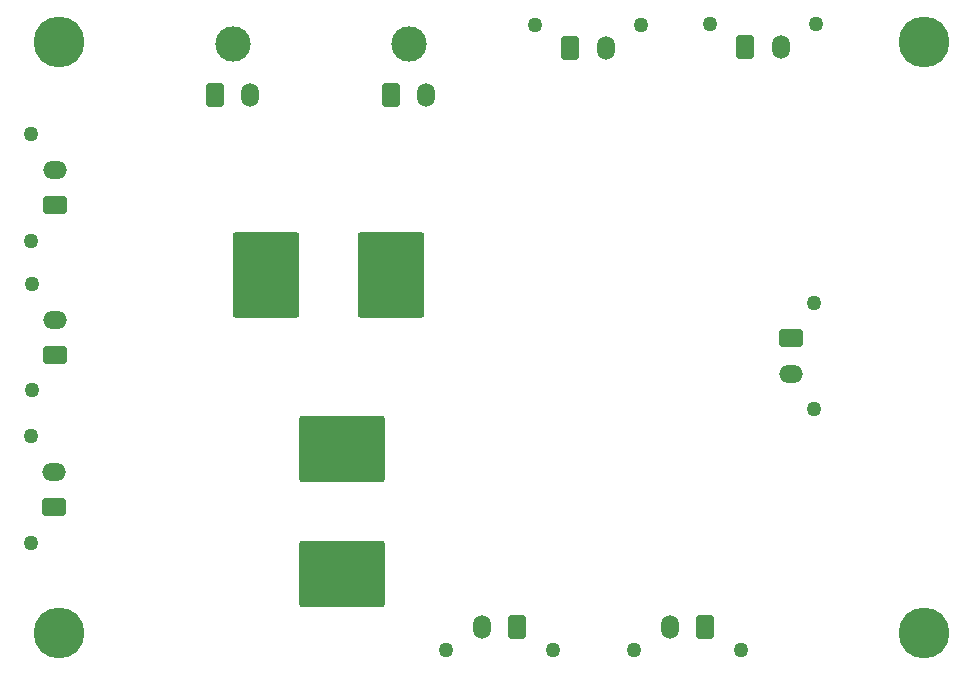
<source format=gbr>
%TF.GenerationSoftware,KiCad,Pcbnew,9.0.2*%
%TF.CreationDate,2025-06-10T12:21:51+08:00*%
%TF.ProjectId,BDU_TS,4244555f-5453-42e6-9b69-6361645f7063,rev?*%
%TF.SameCoordinates,Original*%
%TF.FileFunction,Soldermask,Top*%
%TF.FilePolarity,Negative*%
%FSLAX46Y46*%
G04 Gerber Fmt 4.6, Leading zero omitted, Abs format (unit mm)*
G04 Created by KiCad (PCBNEW 9.0.2) date 2025-06-10 12:21:51*
%MOMM*%
%LPD*%
G01*
G04 APERTURE LIST*
G04 Aperture macros list*
%AMRoundRect*
0 Rectangle with rounded corners*
0 $1 Rounding radius*
0 $2 $3 $4 $5 $6 $7 $8 $9 X,Y pos of 4 corners*
0 Add a 4 corners polygon primitive as box body*
4,1,4,$2,$3,$4,$5,$6,$7,$8,$9,$2,$3,0*
0 Add four circle primitives for the rounded corners*
1,1,$1+$1,$2,$3*
1,1,$1+$1,$4,$5*
1,1,$1+$1,$6,$7*
1,1,$1+$1,$8,$9*
0 Add four rect primitives between the rounded corners*
20,1,$1+$1,$2,$3,$4,$5,0*
20,1,$1+$1,$4,$5,$6,$7,0*
20,1,$1+$1,$6,$7,$8,$9,0*
20,1,$1+$1,$8,$9,$2,$3,0*%
G04 Aperture macros list end*
%ADD10C,1.270000*%
%ADD11RoundRect,0.250001X0.759999X-0.499999X0.759999X0.499999X-0.759999X0.499999X-0.759999X-0.499999X0*%
%ADD12O,2.020000X1.500000*%
%ADD13RoundRect,0.251116X2.561384X3.376384X-2.561384X3.376384X-2.561384X-3.376384X2.561384X-3.376384X0*%
%ADD14C,3.000000*%
%ADD15RoundRect,0.250001X-0.499999X-0.759999X0.499999X-0.759999X0.499999X0.759999X-0.499999X0.759999X0*%
%ADD16O,1.500000X2.020000*%
%ADD17C,4.300000*%
%ADD18RoundRect,0.251116X3.376384X-2.561384X3.376384X2.561384X-3.376384X2.561384X-3.376384X-2.561384X0*%
%ADD19RoundRect,0.250001X0.499999X0.759999X-0.499999X0.759999X-0.499999X-0.759999X0.499999X-0.759999X0*%
%ADD20RoundRect,0.250001X-0.759999X0.499999X-0.759999X-0.499999X0.759999X-0.499999X0.759999X0.499999X0*%
G04 APERTURE END LIST*
D10*
%TO.C,J13*%
X82600000Y-117400000D03*
X82600000Y-108400000D03*
D11*
X84560000Y-114400000D03*
D12*
X84560000Y-111400000D03*
%TD*%
D13*
%TO.C,F10*%
X113100000Y-94725000D03*
X102550000Y-94725000D03*
%TD*%
D14*
%TO.C,J5*%
X114600000Y-75180000D03*
D15*
X113100000Y-79500000D03*
D16*
X116100000Y-79500000D03*
%TD*%
D10*
%TO.C,R1*%
X82675000Y-104500000D03*
X82675000Y-95500000D03*
D11*
X84635000Y-101500000D03*
D12*
X84635000Y-98500000D03*
%TD*%
D10*
%TO.C,J9*%
X125300000Y-73540000D03*
X134300000Y-73540000D03*
D15*
X128300000Y-75500000D03*
D16*
X131300000Y-75500000D03*
%TD*%
D17*
%TO.C,H1*%
X85000000Y-75000000D03*
%TD*%
%TO.C,H4*%
X85000000Y-125000000D03*
%TD*%
D10*
%TO.C,J8*%
X82665000Y-91825000D03*
X82665000Y-82825000D03*
D11*
X84625000Y-88825000D03*
D12*
X84625000Y-85825000D03*
%TD*%
D17*
%TO.C,H2*%
X158250000Y-75000000D03*
%TD*%
D18*
%TO.C,F2*%
X109000000Y-120025000D03*
X109000000Y-109475000D03*
%TD*%
D10*
%TO.C,J7*%
X140100000Y-73440000D03*
X149100000Y-73440000D03*
D15*
X143100000Y-75400000D03*
D16*
X146100000Y-75400000D03*
%TD*%
D17*
%TO.C,H5*%
X158250000Y-125000000D03*
%TD*%
D10*
%TO.C,J10*%
X126800000Y-126460000D03*
X117800000Y-126460000D03*
D19*
X123800000Y-124500000D03*
D16*
X120800000Y-124500000D03*
%TD*%
D10*
%TO.C,J12*%
X148960000Y-97100000D03*
X148960000Y-106100000D03*
D20*
X147000000Y-100100000D03*
D12*
X147000000Y-103100000D03*
%TD*%
D10*
%TO.C,J6*%
X142700000Y-126475000D03*
X133700000Y-126475000D03*
D19*
X139700000Y-124515000D03*
D16*
X136700000Y-124515000D03*
%TD*%
D14*
%TO.C,J11*%
X99700000Y-75180000D03*
D15*
X98200000Y-79500000D03*
D16*
X101200000Y-79500000D03*
%TD*%
M02*

</source>
